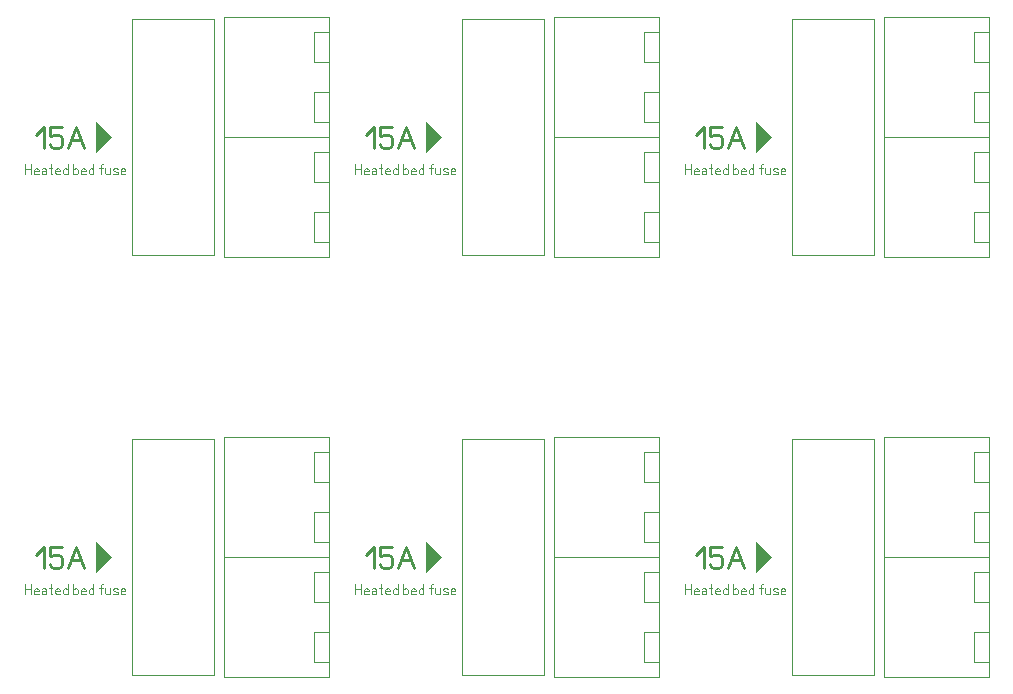
<source format=gbr>
%FSLAX34Y34*%
%MOMM*%
%LNCOPPER_BOTTOM*%
G71*
G01*
%ADD10C, 0.10*%
%ADD11C, 0.22*%
%ADD12C, 0.11*%
%LPD*%
G54D10*
X250825Y749300D02*
X301625Y749300D01*
X301625Y850900D01*
X250825Y850900D01*
G54D10*
X250825Y749300D02*
X212725Y749300D01*
X212725Y850900D01*
X250825Y850900D01*
G54D10*
X301625Y762000D02*
X288925Y762000D01*
X288925Y787400D01*
X301625Y787400D01*
G54D10*
X301625Y812800D02*
X288925Y812800D01*
X288925Y838200D01*
X301625Y838200D01*
G54D10*
X250825Y850900D02*
X301625Y850900D01*
X301625Y952500D01*
X250825Y952500D01*
G54D10*
X250825Y850900D02*
X212725Y850900D01*
X212725Y952500D01*
X250825Y952500D01*
G54D10*
X301625Y863600D02*
X288925Y863600D01*
X288925Y889000D01*
X301625Y889000D01*
G54D10*
X301625Y914400D02*
X288925Y914400D01*
X288925Y939800D01*
X301625Y939800D01*
G54D10*
X204788Y950912D02*
X134938Y950912D01*
X134938Y750888D01*
X204788Y750888D01*
X204788Y950912D01*
G54D11*
X53975Y852486D02*
X60642Y859153D01*
X60642Y841375D01*
G54D11*
X76198Y859153D02*
X65531Y859153D01*
X65531Y851375D01*
X66864Y851375D01*
X69531Y852486D01*
X72198Y852486D01*
X74864Y851375D01*
X76198Y849153D01*
X76198Y844708D01*
X74864Y842486D01*
X72198Y841375D01*
X69531Y841375D01*
X66864Y842486D01*
X65531Y844708D01*
G54D11*
X81087Y841375D02*
X87754Y859153D01*
X94420Y841375D01*
G54D11*
X83754Y848042D02*
X91754Y848042D01*
G36*
X104775Y863600D02*
X104775Y838200D01*
X117475Y850900D01*
X104775Y863600D01*
G37*
G54D10*
X104775Y863600D02*
X104775Y838200D01*
X117475Y850900D01*
X104775Y863600D01*
G54D12*
X44450Y819150D02*
X44450Y828039D01*
G54D12*
X49783Y819150D02*
X49783Y828039D01*
G54D12*
X44450Y823594D02*
X49783Y823594D01*
G54D12*
X56227Y819706D02*
X55160Y819150D01*
X53827Y819150D01*
X52494Y819706D01*
X52227Y820817D01*
X52227Y822706D01*
X52894Y823817D01*
X54227Y824150D01*
X55560Y823817D01*
X56227Y823039D01*
X56227Y821928D01*
X52227Y821928D01*
G54D12*
X58671Y823594D02*
X60004Y824150D01*
X61604Y824150D01*
X62671Y823039D01*
X62671Y819150D01*
G54D12*
X62671Y820817D02*
X62004Y821928D01*
X60671Y822150D01*
X59338Y821928D01*
X58671Y820817D01*
X58938Y819706D01*
X60004Y819150D01*
X60671Y819150D01*
X60938Y819150D01*
X62004Y819706D01*
X62671Y820817D01*
G54D12*
X66448Y828039D02*
X66448Y819706D01*
X67115Y819150D01*
X67782Y819372D01*
G54D12*
X65115Y824150D02*
X67782Y824150D01*
G54D12*
X74226Y819706D02*
X73159Y819150D01*
X71826Y819150D01*
X70493Y819706D01*
X70226Y820817D01*
X70226Y822706D01*
X70893Y823817D01*
X72226Y824150D01*
X73559Y823817D01*
X74226Y823039D01*
X74226Y821928D01*
X70226Y821928D01*
G54D12*
X80670Y819150D02*
X80670Y828039D01*
G54D12*
X80670Y822706D02*
X80003Y823817D01*
X78670Y824150D01*
X77337Y823817D01*
X76670Y822706D01*
X76670Y820483D01*
X77337Y819372D01*
X78670Y819150D01*
X80003Y819372D01*
X80670Y820483D01*
G54D12*
X85691Y819150D02*
X85691Y828039D01*
G54D12*
X85691Y822706D02*
X86358Y823817D01*
X87691Y824150D01*
X89024Y823817D01*
X89691Y822706D01*
X89691Y820483D01*
X89024Y819372D01*
X87691Y819150D01*
X86358Y819372D01*
X85691Y820483D01*
G54D12*
X96135Y819706D02*
X95068Y819150D01*
X93735Y819150D01*
X92402Y819706D01*
X92135Y820817D01*
X92135Y822706D01*
X92802Y823817D01*
X94135Y824150D01*
X95468Y823817D01*
X96135Y823039D01*
X96135Y821928D01*
X92135Y821928D01*
G54D12*
X102579Y819150D02*
X102579Y828039D01*
G54D12*
X102579Y822706D02*
X101912Y823817D01*
X100579Y824150D01*
X99246Y823817D01*
X98579Y822706D01*
X98579Y820483D01*
X99246Y819372D01*
X100579Y819150D01*
X101912Y819372D01*
X102579Y820483D01*
G54D12*
X108933Y819150D02*
X108933Y827483D01*
X109600Y828039D01*
X110267Y827706D01*
G54D12*
X107600Y824150D02*
X110267Y824150D01*
G54D12*
X116711Y824150D02*
X116711Y819150D01*
G54D12*
X116711Y820261D02*
X116044Y819372D01*
X114711Y819150D01*
X113378Y819372D01*
X112711Y820261D01*
X112711Y824150D01*
G54D12*
X119155Y819706D02*
X120488Y819150D01*
X121822Y819150D01*
X123155Y819706D01*
X123155Y820817D01*
X122488Y821372D01*
X119822Y821928D01*
X119155Y822483D01*
X119155Y823594D01*
X120488Y824150D01*
X121822Y824150D01*
X123155Y823594D01*
G54D12*
X129599Y819706D02*
X128532Y819150D01*
X127199Y819150D01*
X125866Y819706D01*
X125599Y820817D01*
X125599Y822706D01*
X126266Y823817D01*
X127599Y824150D01*
X128932Y823817D01*
X129599Y823039D01*
X129599Y821928D01*
X125599Y821928D01*
G54D10*
X530225Y749300D02*
X581025Y749300D01*
X581025Y850900D01*
X530225Y850900D01*
G54D10*
X530225Y749300D02*
X492125Y749300D01*
X492125Y850900D01*
X530225Y850900D01*
G54D10*
X581025Y762000D02*
X568325Y762000D01*
X568325Y787400D01*
X581025Y787400D01*
G54D10*
X581025Y812800D02*
X568325Y812800D01*
X568325Y838200D01*
X581025Y838200D01*
G54D10*
X530225Y850900D02*
X581025Y850900D01*
X581025Y952500D01*
X530225Y952500D01*
G54D10*
X530225Y850900D02*
X492125Y850900D01*
X492125Y952500D01*
X530225Y952500D01*
G54D10*
X581025Y863600D02*
X568325Y863600D01*
X568325Y889000D01*
X581025Y889000D01*
G54D10*
X581025Y914400D02*
X568325Y914400D01*
X568325Y939800D01*
X581025Y939800D01*
G54D10*
X484188Y950912D02*
X414338Y950912D01*
X414338Y750888D01*
X484188Y750888D01*
X484188Y950912D01*
G54D11*
X333375Y852486D02*
X340042Y859153D01*
X340042Y841375D01*
G54D11*
X355598Y859153D02*
X344931Y859153D01*
X344931Y851375D01*
X346264Y851375D01*
X348931Y852486D01*
X351598Y852486D01*
X354264Y851375D01*
X355598Y849153D01*
X355598Y844708D01*
X354264Y842486D01*
X351598Y841375D01*
X348931Y841375D01*
X346264Y842486D01*
X344931Y844708D01*
G54D11*
X360487Y841375D02*
X367154Y859153D01*
X373820Y841375D01*
G54D11*
X363154Y848042D02*
X371154Y848042D01*
G36*
X384175Y863600D02*
X384175Y838200D01*
X396875Y850900D01*
X384175Y863600D01*
G37*
G54D10*
X384175Y863600D02*
X384175Y838200D01*
X396875Y850900D01*
X384175Y863600D01*
G54D12*
X323850Y819150D02*
X323850Y828039D01*
G54D12*
X329183Y819150D02*
X329183Y828039D01*
G54D12*
X323850Y823594D02*
X329183Y823594D01*
G54D12*
X335627Y819706D02*
X334560Y819150D01*
X333227Y819150D01*
X331894Y819706D01*
X331627Y820817D01*
X331627Y822706D01*
X332294Y823817D01*
X333627Y824150D01*
X334960Y823817D01*
X335627Y823039D01*
X335627Y821928D01*
X331627Y821928D01*
G54D12*
X338071Y823594D02*
X339404Y824150D01*
X341004Y824150D01*
X342071Y823039D01*
X342071Y819150D01*
G54D12*
X342071Y820817D02*
X341404Y821928D01*
X340071Y822150D01*
X338738Y821928D01*
X338071Y820817D01*
X338338Y819706D01*
X339404Y819150D01*
X340071Y819150D01*
X340338Y819150D01*
X341404Y819706D01*
X342071Y820817D01*
G54D12*
X345848Y828039D02*
X345848Y819706D01*
X346515Y819150D01*
X347182Y819372D01*
G54D12*
X344515Y824150D02*
X347182Y824150D01*
G54D12*
X353626Y819706D02*
X352559Y819150D01*
X351226Y819150D01*
X349893Y819706D01*
X349626Y820817D01*
X349626Y822706D01*
X350293Y823817D01*
X351626Y824150D01*
X352959Y823817D01*
X353626Y823039D01*
X353626Y821928D01*
X349626Y821928D01*
G54D12*
X360070Y819150D02*
X360070Y828039D01*
G54D12*
X360070Y822706D02*
X359403Y823817D01*
X358070Y824150D01*
X356737Y823817D01*
X356070Y822706D01*
X356070Y820483D01*
X356737Y819372D01*
X358070Y819150D01*
X359403Y819372D01*
X360070Y820483D01*
G54D12*
X365091Y819150D02*
X365091Y828039D01*
G54D12*
X365091Y822706D02*
X365758Y823817D01*
X367091Y824150D01*
X368424Y823817D01*
X369091Y822706D01*
X369091Y820483D01*
X368424Y819372D01*
X367091Y819150D01*
X365758Y819372D01*
X365091Y820483D01*
G54D12*
X375535Y819706D02*
X374468Y819150D01*
X373135Y819150D01*
X371802Y819706D01*
X371535Y820817D01*
X371535Y822706D01*
X372202Y823817D01*
X373535Y824150D01*
X374868Y823817D01*
X375535Y823039D01*
X375535Y821928D01*
X371535Y821928D01*
G54D12*
X381979Y819150D02*
X381979Y828039D01*
G54D12*
X381979Y822706D02*
X381312Y823817D01*
X379979Y824150D01*
X378646Y823817D01*
X377979Y822706D01*
X377979Y820483D01*
X378646Y819372D01*
X379979Y819150D01*
X381312Y819372D01*
X381979Y820483D01*
G54D12*
X388333Y819150D02*
X388333Y827483D01*
X389000Y828039D01*
X389667Y827706D01*
G54D12*
X387000Y824150D02*
X389667Y824150D01*
G54D12*
X396111Y824150D02*
X396111Y819150D01*
G54D12*
X396111Y820261D02*
X395444Y819372D01*
X394111Y819150D01*
X392778Y819372D01*
X392111Y820261D01*
X392111Y824150D01*
G54D12*
X398555Y819706D02*
X399888Y819150D01*
X401222Y819150D01*
X402555Y819706D01*
X402555Y820817D01*
X401888Y821372D01*
X399222Y821928D01*
X398555Y822483D01*
X398555Y823594D01*
X399888Y824150D01*
X401222Y824150D01*
X402555Y823594D01*
G54D12*
X408999Y819706D02*
X407932Y819150D01*
X406599Y819150D01*
X405266Y819706D01*
X404999Y820817D01*
X404999Y822706D01*
X405666Y823817D01*
X406999Y824150D01*
X408332Y823817D01*
X408999Y823039D01*
X408999Y821928D01*
X404999Y821928D01*
G54D10*
X809625Y749300D02*
X860425Y749300D01*
X860425Y850900D01*
X809625Y850900D01*
G54D10*
X809625Y749300D02*
X771525Y749300D01*
X771525Y850900D01*
X809625Y850900D01*
G54D10*
X860425Y762000D02*
X847725Y762000D01*
X847725Y787400D01*
X860425Y787400D01*
G54D10*
X860425Y812800D02*
X847725Y812800D01*
X847725Y838200D01*
X860425Y838200D01*
G54D10*
X809625Y850900D02*
X860425Y850900D01*
X860425Y952500D01*
X809625Y952500D01*
G54D10*
X809625Y850900D02*
X771525Y850900D01*
X771525Y952500D01*
X809625Y952500D01*
G54D10*
X860425Y863600D02*
X847725Y863600D01*
X847725Y889000D01*
X860425Y889000D01*
G54D10*
X860425Y914400D02*
X847725Y914400D01*
X847725Y939800D01*
X860425Y939800D01*
G54D10*
X763588Y950912D02*
X693738Y950912D01*
X693738Y750888D01*
X763588Y750888D01*
X763588Y950912D01*
G54D11*
X612775Y852486D02*
X619442Y859153D01*
X619442Y841375D01*
G54D11*
X634998Y859153D02*
X624331Y859153D01*
X624331Y851375D01*
X625664Y851375D01*
X628331Y852486D01*
X630998Y852486D01*
X633664Y851375D01*
X634998Y849153D01*
X634998Y844708D01*
X633664Y842486D01*
X630998Y841375D01*
X628331Y841375D01*
X625664Y842486D01*
X624331Y844708D01*
G54D11*
X639887Y841375D02*
X646554Y859153D01*
X653220Y841375D01*
G54D11*
X642554Y848042D02*
X650554Y848042D01*
G36*
X663575Y863600D02*
X663575Y838200D01*
X676275Y850900D01*
X663575Y863600D01*
G37*
G54D10*
X663575Y863600D02*
X663575Y838200D01*
X676275Y850900D01*
X663575Y863600D01*
G54D12*
X603250Y819150D02*
X603250Y828039D01*
G54D12*
X608583Y819150D02*
X608583Y828039D01*
G54D12*
X603250Y823594D02*
X608583Y823594D01*
G54D12*
X615027Y819706D02*
X613960Y819150D01*
X612627Y819150D01*
X611294Y819706D01*
X611027Y820817D01*
X611027Y822706D01*
X611694Y823817D01*
X613027Y824150D01*
X614360Y823817D01*
X615027Y823039D01*
X615027Y821928D01*
X611027Y821928D01*
G54D12*
X617471Y823594D02*
X618804Y824150D01*
X620404Y824150D01*
X621471Y823039D01*
X621471Y819150D01*
G54D12*
X621471Y820817D02*
X620804Y821928D01*
X619471Y822150D01*
X618138Y821928D01*
X617471Y820817D01*
X617738Y819706D01*
X618804Y819150D01*
X619471Y819150D01*
X619738Y819150D01*
X620804Y819706D01*
X621471Y820817D01*
G54D12*
X625248Y828039D02*
X625248Y819706D01*
X625915Y819150D01*
X626582Y819372D01*
G54D12*
X623915Y824150D02*
X626582Y824150D01*
G54D12*
X633026Y819706D02*
X631959Y819150D01*
X630626Y819150D01*
X629293Y819706D01*
X629026Y820817D01*
X629026Y822706D01*
X629693Y823817D01*
X631026Y824150D01*
X632359Y823817D01*
X633026Y823039D01*
X633026Y821928D01*
X629026Y821928D01*
G54D12*
X639470Y819150D02*
X639470Y828039D01*
G54D12*
X639470Y822706D02*
X638803Y823817D01*
X637470Y824150D01*
X636137Y823817D01*
X635470Y822706D01*
X635470Y820483D01*
X636137Y819372D01*
X637470Y819150D01*
X638803Y819372D01*
X639470Y820483D01*
G54D12*
X644491Y819150D02*
X644491Y828039D01*
G54D12*
X644491Y822706D02*
X645158Y823817D01*
X646491Y824150D01*
X647824Y823817D01*
X648491Y822706D01*
X648491Y820483D01*
X647824Y819372D01*
X646491Y819150D01*
X645158Y819372D01*
X644491Y820483D01*
G54D12*
X654935Y819706D02*
X653868Y819150D01*
X652535Y819150D01*
X651202Y819706D01*
X650935Y820817D01*
X650935Y822706D01*
X651602Y823817D01*
X652935Y824150D01*
X654268Y823817D01*
X654935Y823039D01*
X654935Y821928D01*
X650935Y821928D01*
G54D12*
X661379Y819150D02*
X661379Y828039D01*
G54D12*
X661379Y822706D02*
X660712Y823817D01*
X659379Y824150D01*
X658046Y823817D01*
X657379Y822706D01*
X657379Y820483D01*
X658046Y819372D01*
X659379Y819150D01*
X660712Y819372D01*
X661379Y820483D01*
G54D12*
X667733Y819150D02*
X667733Y827483D01*
X668400Y828039D01*
X669067Y827706D01*
G54D12*
X666400Y824150D02*
X669067Y824150D01*
G54D12*
X675511Y824150D02*
X675511Y819150D01*
G54D12*
X675511Y820261D02*
X674844Y819372D01*
X673511Y819150D01*
X672178Y819372D01*
X671511Y820261D01*
X671511Y824150D01*
G54D12*
X677955Y819706D02*
X679288Y819150D01*
X680622Y819150D01*
X681955Y819706D01*
X681955Y820817D01*
X681288Y821372D01*
X678622Y821928D01*
X677955Y822483D01*
X677955Y823594D01*
X679288Y824150D01*
X680622Y824150D01*
X681955Y823594D01*
G54D12*
X688399Y819706D02*
X687332Y819150D01*
X685999Y819150D01*
X684666Y819706D01*
X684399Y820817D01*
X684399Y822706D01*
X685066Y823817D01*
X686399Y824150D01*
X687732Y823817D01*
X688399Y823039D01*
X688399Y821928D01*
X684399Y821928D01*
G54D10*
X250825Y393700D02*
X301625Y393700D01*
X301625Y495300D01*
X250825Y495300D01*
G54D10*
X250825Y393700D02*
X212725Y393700D01*
X212725Y495300D01*
X250825Y495300D01*
G54D10*
X301625Y406400D02*
X288925Y406400D01*
X288925Y431800D01*
X301625Y431800D01*
G54D10*
X301625Y457200D02*
X288925Y457200D01*
X288925Y482600D01*
X301625Y482600D01*
G54D10*
X250825Y495300D02*
X301625Y495300D01*
X301625Y596900D01*
X250825Y596900D01*
G54D10*
X250825Y495300D02*
X212725Y495300D01*
X212725Y596900D01*
X250825Y596900D01*
G54D10*
X301625Y508000D02*
X288925Y508000D01*
X288925Y533400D01*
X301625Y533400D01*
G54D10*
X301625Y558800D02*
X288925Y558800D01*
X288925Y584200D01*
X301625Y584200D01*
G54D10*
X204788Y595312D02*
X134938Y595312D01*
X134938Y395288D01*
X204788Y395288D01*
X204788Y595312D01*
G54D11*
X53975Y496886D02*
X60642Y503553D01*
X60642Y485775D01*
G54D11*
X76198Y503553D02*
X65531Y503553D01*
X65531Y495775D01*
X66864Y495775D01*
X69531Y496886D01*
X72198Y496886D01*
X74864Y495775D01*
X76198Y493553D01*
X76198Y489108D01*
X74864Y486886D01*
X72198Y485775D01*
X69531Y485775D01*
X66864Y486886D01*
X65531Y489108D01*
G54D11*
X81087Y485775D02*
X87754Y503553D01*
X94420Y485775D01*
G54D11*
X83754Y492442D02*
X91754Y492442D01*
G36*
X104775Y508000D02*
X104775Y482600D01*
X117475Y495300D01*
X104775Y508000D01*
G37*
G54D10*
X104775Y508000D02*
X104775Y482600D01*
X117475Y495300D01*
X104775Y508000D01*
G54D12*
X44450Y463550D02*
X44450Y472439D01*
G54D12*
X49783Y463550D02*
X49783Y472439D01*
G54D12*
X44450Y467994D02*
X49783Y467994D01*
G54D12*
X56227Y464106D02*
X55160Y463550D01*
X53827Y463550D01*
X52494Y464106D01*
X52227Y465217D01*
X52227Y467106D01*
X52894Y468217D01*
X54227Y468550D01*
X55560Y468217D01*
X56227Y467439D01*
X56227Y466328D01*
X52227Y466328D01*
G54D12*
X58671Y467994D02*
X60004Y468550D01*
X61604Y468550D01*
X62671Y467439D01*
X62671Y463550D01*
G54D12*
X62671Y465217D02*
X62004Y466328D01*
X60671Y466550D01*
X59338Y466328D01*
X58671Y465217D01*
X58938Y464106D01*
X60004Y463550D01*
X60671Y463550D01*
X60938Y463550D01*
X62004Y464106D01*
X62671Y465217D01*
G54D12*
X66448Y472439D02*
X66448Y464106D01*
X67115Y463550D01*
X67782Y463772D01*
G54D12*
X65115Y468550D02*
X67782Y468550D01*
G54D12*
X74226Y464106D02*
X73159Y463550D01*
X71826Y463550D01*
X70493Y464106D01*
X70226Y465217D01*
X70226Y467106D01*
X70893Y468217D01*
X72226Y468550D01*
X73559Y468217D01*
X74226Y467439D01*
X74226Y466328D01*
X70226Y466328D01*
G54D12*
X80670Y463550D02*
X80670Y472439D01*
G54D12*
X80670Y467106D02*
X80003Y468217D01*
X78670Y468550D01*
X77337Y468217D01*
X76670Y467106D01*
X76670Y464883D01*
X77337Y463772D01*
X78670Y463550D01*
X80003Y463772D01*
X80670Y464883D01*
G54D12*
X85691Y463550D02*
X85691Y472439D01*
G54D12*
X85691Y467106D02*
X86358Y468217D01*
X87691Y468550D01*
X89024Y468217D01*
X89691Y467106D01*
X89691Y464883D01*
X89024Y463772D01*
X87691Y463550D01*
X86358Y463772D01*
X85691Y464883D01*
G54D12*
X96135Y464106D02*
X95068Y463550D01*
X93735Y463550D01*
X92402Y464106D01*
X92135Y465217D01*
X92135Y467106D01*
X92802Y468217D01*
X94135Y468550D01*
X95468Y468217D01*
X96135Y467439D01*
X96135Y466328D01*
X92135Y466328D01*
G54D12*
X102579Y463550D02*
X102579Y472439D01*
G54D12*
X102579Y467106D02*
X101912Y468217D01*
X100579Y468550D01*
X99246Y468217D01*
X98579Y467106D01*
X98579Y464883D01*
X99246Y463772D01*
X100579Y463550D01*
X101912Y463772D01*
X102579Y464883D01*
G54D12*
X108933Y463550D02*
X108933Y471883D01*
X109600Y472439D01*
X110267Y472106D01*
G54D12*
X107600Y468550D02*
X110267Y468550D01*
G54D12*
X116711Y468550D02*
X116711Y463550D01*
G54D12*
X116711Y464661D02*
X116044Y463772D01*
X114711Y463550D01*
X113378Y463772D01*
X112711Y464661D01*
X112711Y468550D01*
G54D12*
X119155Y464106D02*
X120488Y463550D01*
X121822Y463550D01*
X123155Y464106D01*
X123155Y465217D01*
X122488Y465772D01*
X119822Y466328D01*
X119155Y466883D01*
X119155Y467994D01*
X120488Y468550D01*
X121822Y468550D01*
X123155Y467994D01*
G54D12*
X129599Y464106D02*
X128532Y463550D01*
X127199Y463550D01*
X125866Y464106D01*
X125599Y465217D01*
X125599Y467106D01*
X126266Y468217D01*
X127599Y468550D01*
X128932Y468217D01*
X129599Y467439D01*
X129599Y466328D01*
X125599Y466328D01*
G54D10*
X530225Y393700D02*
X581025Y393700D01*
X581025Y495300D01*
X530225Y495300D01*
G54D10*
X530225Y393700D02*
X492125Y393700D01*
X492125Y495300D01*
X530225Y495300D01*
G54D10*
X581025Y406400D02*
X568325Y406400D01*
X568325Y431800D01*
X581025Y431800D01*
G54D10*
X581025Y457200D02*
X568325Y457200D01*
X568325Y482600D01*
X581025Y482600D01*
G54D10*
X530225Y495300D02*
X581025Y495300D01*
X581025Y596900D01*
X530225Y596900D01*
G54D10*
X530225Y495300D02*
X492125Y495300D01*
X492125Y596900D01*
X530225Y596900D01*
G54D10*
X581025Y508000D02*
X568325Y508000D01*
X568325Y533400D01*
X581025Y533400D01*
G54D10*
X581025Y558800D02*
X568325Y558800D01*
X568325Y584200D01*
X581025Y584200D01*
G54D10*
X484188Y595312D02*
X414338Y595312D01*
X414338Y395288D01*
X484188Y395288D01*
X484188Y595312D01*
G54D11*
X333375Y496886D02*
X340042Y503553D01*
X340042Y485775D01*
G54D11*
X355598Y503553D02*
X344931Y503553D01*
X344931Y495775D01*
X346264Y495775D01*
X348931Y496886D01*
X351598Y496886D01*
X354264Y495775D01*
X355598Y493553D01*
X355598Y489108D01*
X354264Y486886D01*
X351598Y485775D01*
X348931Y485775D01*
X346264Y486886D01*
X344931Y489108D01*
G54D11*
X360487Y485775D02*
X367154Y503553D01*
X373820Y485775D01*
G54D11*
X363154Y492442D02*
X371154Y492442D01*
G36*
X384175Y508000D02*
X384175Y482600D01*
X396875Y495300D01*
X384175Y508000D01*
G37*
G54D10*
X384175Y508000D02*
X384175Y482600D01*
X396875Y495300D01*
X384175Y508000D01*
G54D12*
X323850Y463550D02*
X323850Y472439D01*
G54D12*
X329183Y463550D02*
X329183Y472439D01*
G54D12*
X323850Y467994D02*
X329183Y467994D01*
G54D12*
X335627Y464106D02*
X334560Y463550D01*
X333227Y463550D01*
X331894Y464106D01*
X331627Y465217D01*
X331627Y467106D01*
X332294Y468217D01*
X333627Y468550D01*
X334960Y468217D01*
X335627Y467439D01*
X335627Y466328D01*
X331627Y466328D01*
G54D12*
X338071Y467994D02*
X339404Y468550D01*
X341004Y468550D01*
X342071Y467439D01*
X342071Y463550D01*
G54D12*
X342071Y465217D02*
X341404Y466328D01*
X340071Y466550D01*
X338738Y466328D01*
X338071Y465217D01*
X338338Y464106D01*
X339404Y463550D01*
X340071Y463550D01*
X340338Y463550D01*
X341404Y464106D01*
X342071Y465217D01*
G54D12*
X345848Y472439D02*
X345848Y464106D01*
X346515Y463550D01*
X347182Y463772D01*
G54D12*
X344515Y468550D02*
X347182Y468550D01*
G54D12*
X353626Y464106D02*
X352559Y463550D01*
X351226Y463550D01*
X349893Y464106D01*
X349626Y465217D01*
X349626Y467106D01*
X350293Y468217D01*
X351626Y468550D01*
X352959Y468217D01*
X353626Y467439D01*
X353626Y466328D01*
X349626Y466328D01*
G54D12*
X360070Y463550D02*
X360070Y472439D01*
G54D12*
X360070Y467106D02*
X359403Y468217D01*
X358070Y468550D01*
X356737Y468217D01*
X356070Y467106D01*
X356070Y464883D01*
X356737Y463772D01*
X358070Y463550D01*
X359403Y463772D01*
X360070Y464883D01*
G54D12*
X365091Y463550D02*
X365091Y472439D01*
G54D12*
X365091Y467106D02*
X365758Y468217D01*
X367091Y468550D01*
X368424Y468217D01*
X369091Y467106D01*
X369091Y464883D01*
X368424Y463772D01*
X367091Y463550D01*
X365758Y463772D01*
X365091Y464883D01*
G54D12*
X375535Y464106D02*
X374468Y463550D01*
X373135Y463550D01*
X371802Y464106D01*
X371535Y465217D01*
X371535Y467106D01*
X372202Y468217D01*
X373535Y468550D01*
X374868Y468217D01*
X375535Y467439D01*
X375535Y466328D01*
X371535Y466328D01*
G54D12*
X381979Y463550D02*
X381979Y472439D01*
G54D12*
X381979Y467106D02*
X381312Y468217D01*
X379979Y468550D01*
X378646Y468217D01*
X377979Y467106D01*
X377979Y464883D01*
X378646Y463772D01*
X379979Y463550D01*
X381312Y463772D01*
X381979Y464883D01*
G54D12*
X388333Y463550D02*
X388333Y471883D01*
X389000Y472439D01*
X389667Y472106D01*
G54D12*
X387000Y468550D02*
X389667Y468550D01*
G54D12*
X396111Y468550D02*
X396111Y463550D01*
G54D12*
X396111Y464661D02*
X395444Y463772D01*
X394111Y463550D01*
X392778Y463772D01*
X392111Y464661D01*
X392111Y468550D01*
G54D12*
X398555Y464106D02*
X399888Y463550D01*
X401222Y463550D01*
X402555Y464106D01*
X402555Y465217D01*
X401888Y465772D01*
X399222Y466328D01*
X398555Y466883D01*
X398555Y467994D01*
X399888Y468550D01*
X401222Y468550D01*
X402555Y467994D01*
G54D12*
X408999Y464106D02*
X407932Y463550D01*
X406599Y463550D01*
X405266Y464106D01*
X404999Y465217D01*
X404999Y467106D01*
X405666Y468217D01*
X406999Y468550D01*
X408332Y468217D01*
X408999Y467439D01*
X408999Y466328D01*
X404999Y466328D01*
G54D10*
X809625Y393700D02*
X860425Y393700D01*
X860425Y495300D01*
X809625Y495300D01*
G54D10*
X809625Y393700D02*
X771525Y393700D01*
X771525Y495300D01*
X809625Y495300D01*
G54D10*
X860425Y406400D02*
X847725Y406400D01*
X847725Y431800D01*
X860425Y431800D01*
G54D10*
X860425Y457200D02*
X847725Y457200D01*
X847725Y482600D01*
X860425Y482600D01*
G54D10*
X809625Y495300D02*
X860425Y495300D01*
X860425Y596900D01*
X809625Y596900D01*
G54D10*
X809625Y495300D02*
X771525Y495300D01*
X771525Y596900D01*
X809625Y596900D01*
G54D10*
X860425Y508000D02*
X847725Y508000D01*
X847725Y533400D01*
X860425Y533400D01*
G54D10*
X860425Y558800D02*
X847725Y558800D01*
X847725Y584200D01*
X860425Y584200D01*
G54D10*
X763588Y595312D02*
X693738Y595312D01*
X693738Y395288D01*
X763588Y395288D01*
X763588Y595312D01*
G54D11*
X612775Y496886D02*
X619442Y503553D01*
X619442Y485775D01*
G54D11*
X634998Y503553D02*
X624331Y503553D01*
X624331Y495775D01*
X625664Y495775D01*
X628331Y496886D01*
X630998Y496886D01*
X633664Y495775D01*
X634998Y493553D01*
X634998Y489108D01*
X633664Y486886D01*
X630998Y485775D01*
X628331Y485775D01*
X625664Y486886D01*
X624331Y489108D01*
G54D11*
X639887Y485775D02*
X646554Y503553D01*
X653220Y485775D01*
G54D11*
X642554Y492442D02*
X650554Y492442D01*
G36*
X663575Y508000D02*
X663575Y482600D01*
X676275Y495300D01*
X663575Y508000D01*
G37*
G54D10*
X663575Y508000D02*
X663575Y482600D01*
X676275Y495300D01*
X663575Y508000D01*
G54D12*
X603250Y463550D02*
X603250Y472439D01*
G54D12*
X608583Y463550D02*
X608583Y472439D01*
G54D12*
X603250Y467994D02*
X608583Y467994D01*
G54D12*
X615027Y464106D02*
X613960Y463550D01*
X612627Y463550D01*
X611294Y464106D01*
X611027Y465217D01*
X611027Y467106D01*
X611694Y468217D01*
X613027Y468550D01*
X614360Y468217D01*
X615027Y467439D01*
X615027Y466328D01*
X611027Y466328D01*
G54D12*
X617471Y467994D02*
X618804Y468550D01*
X620404Y468550D01*
X621471Y467439D01*
X621471Y463550D01*
G54D12*
X621471Y465217D02*
X620804Y466328D01*
X619471Y466550D01*
X618138Y466328D01*
X617471Y465217D01*
X617738Y464106D01*
X618804Y463550D01*
X619471Y463550D01*
X619738Y463550D01*
X620804Y464106D01*
X621471Y465217D01*
G54D12*
X625248Y472439D02*
X625248Y464106D01*
X625915Y463550D01*
X626582Y463772D01*
G54D12*
X623915Y468550D02*
X626582Y468550D01*
G54D12*
X633026Y464106D02*
X631959Y463550D01*
X630626Y463550D01*
X629293Y464106D01*
X629026Y465217D01*
X629026Y467106D01*
X629693Y468217D01*
X631026Y468550D01*
X632359Y468217D01*
X633026Y467439D01*
X633026Y466328D01*
X629026Y466328D01*
G54D12*
X639470Y463550D02*
X639470Y472439D01*
G54D12*
X639470Y467106D02*
X638803Y468217D01*
X637470Y468550D01*
X636137Y468217D01*
X635470Y467106D01*
X635470Y464883D01*
X636137Y463772D01*
X637470Y463550D01*
X638803Y463772D01*
X639470Y464883D01*
G54D12*
X644491Y463550D02*
X644491Y472439D01*
G54D12*
X644491Y467106D02*
X645158Y468217D01*
X646491Y468550D01*
X647824Y468217D01*
X648491Y467106D01*
X648491Y464883D01*
X647824Y463772D01*
X646491Y463550D01*
X645158Y463772D01*
X644491Y464883D01*
G54D12*
X654935Y464106D02*
X653868Y463550D01*
X652535Y463550D01*
X651202Y464106D01*
X650935Y465217D01*
X650935Y467106D01*
X651602Y468217D01*
X652935Y468550D01*
X654268Y468217D01*
X654935Y467439D01*
X654935Y466328D01*
X650935Y466328D01*
G54D12*
X661379Y463550D02*
X661379Y472439D01*
G54D12*
X661379Y467106D02*
X660712Y468217D01*
X659379Y468550D01*
X658046Y468217D01*
X657379Y467106D01*
X657379Y464883D01*
X658046Y463772D01*
X659379Y463550D01*
X660712Y463772D01*
X661379Y464883D01*
G54D12*
X667733Y463550D02*
X667733Y471883D01*
X668400Y472439D01*
X669067Y472106D01*
G54D12*
X666400Y468550D02*
X669067Y468550D01*
G54D12*
X675511Y468550D02*
X675511Y463550D01*
G54D12*
X675511Y464661D02*
X674844Y463772D01*
X673511Y463550D01*
X672178Y463772D01*
X671511Y464661D01*
X671511Y468550D01*
G54D12*
X677955Y464106D02*
X679288Y463550D01*
X680622Y463550D01*
X681955Y464106D01*
X681955Y465217D01*
X681288Y465772D01*
X678622Y466328D01*
X677955Y466883D01*
X677955Y467994D01*
X679288Y468550D01*
X680622Y468550D01*
X681955Y467994D01*
G54D12*
X688399Y464106D02*
X687332Y463550D01*
X685999Y463550D01*
X684666Y464106D01*
X684399Y465217D01*
X684399Y467106D01*
X685066Y468217D01*
X686399Y468550D01*
X687732Y468217D01*
X688399Y467439D01*
X688399Y466328D01*
X684399Y466328D01*
M02*

</source>
